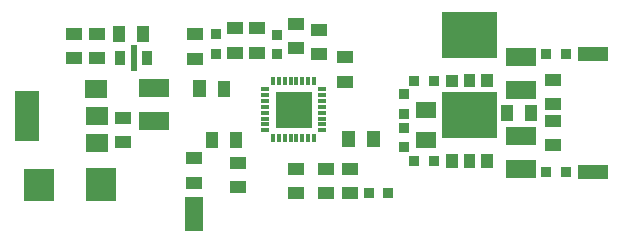
<source format=gbr>
%FSLAX34Y34*%
%MOMM*%
%LNSMDMASK_TOP*%
G71*
G01*
%ADD10R,0.800X0.300*%
%ADD11R,0.300X0.800*%
%ADD12R,3.150X3.150*%
%ADD13R,1.400X1.100*%
%ADD14R,0.900X0.900*%
%ADD15R,1.800X1.400*%
%ADD16R,1.100X1.400*%
%ADD17R,1.000X1.120*%
%ADD18R,2.600X1.600*%
%ADD19R,2.500X1.270*%
%ADD20R,1.500X3.000*%
%ADD21R,1.900X1.500*%
%ADD22R,2.100X4.200*%
%ADD23R,2.600X2.790*%
%ADD24R,0.900X1.200*%
%ADD25R,0.600X2.200*%
%LPD*%
X358332Y-115019D02*
G54D10*
D03*
X310032Y-115019D02*
G54D10*
D03*
X358332Y-110019D02*
G54D10*
D03*
X310032Y-110019D02*
G54D10*
D03*
X358332Y-105019D02*
G54D10*
D03*
X310032Y-105019D02*
G54D10*
D03*
X358332Y-100019D02*
G54D10*
D03*
X310032Y-100019D02*
G54D10*
D03*
X358332Y-95019D02*
G54D10*
D03*
X310032Y-95019D02*
G54D10*
D03*
X358332Y-90019D02*
G54D10*
D03*
X310032Y-90019D02*
G54D10*
D03*
X358332Y-85019D02*
G54D10*
D03*
X310032Y-85019D02*
G54D10*
D03*
X358332Y-80019D02*
G54D10*
D03*
X310032Y-80019D02*
G54D10*
D03*
X351682Y-121669D02*
G54D11*
D03*
X351682Y-73369D02*
G54D11*
D03*
X346682Y-121669D02*
G54D11*
D03*
X346682Y-73369D02*
G54D11*
D03*
X341682Y-121669D02*
G54D11*
D03*
X341682Y-73369D02*
G54D11*
D03*
X336682Y-121669D02*
G54D11*
D03*
X336682Y-73369D02*
G54D11*
D03*
X331682Y-121669D02*
G54D11*
D03*
X331682Y-73369D02*
G54D11*
D03*
X326682Y-121669D02*
G54D11*
D03*
X326682Y-73369D02*
G54D11*
D03*
X321682Y-121669D02*
G54D11*
D03*
X321682Y-73369D02*
G54D11*
D03*
X316682Y-121669D02*
G54D11*
D03*
X316682Y-73369D02*
G54D11*
D03*
X334259Y-97525D02*
G54D12*
D03*
X251153Y-33604D02*
G54D13*
D03*
X251153Y-54204D02*
G54D13*
D03*
X268380Y-50334D02*
G54D14*
D03*
X268280Y-33633D02*
G54D14*
D03*
X427850Y-129300D02*
G54D14*
D03*
X427750Y-112600D02*
G54D14*
D03*
X427850Y-84400D02*
G54D14*
D03*
X427750Y-101100D02*
G54D14*
D03*
X446300Y-123500D02*
G54D15*
D03*
X446300Y-97400D02*
G54D15*
D03*
X378153Y-53254D02*
G54D13*
D03*
X378153Y-73854D02*
G54D13*
D03*
X320330Y-33834D02*
G54D14*
D03*
X320430Y-50534D02*
G54D14*
D03*
G36*
X249347Y-72749D02*
X260347Y-72749D01*
X260347Y-86749D01*
X249347Y-86749D01*
X249347Y-72749D01*
G37*
X275447Y-79749D02*
G54D16*
D03*
X285856Y-123215D02*
G54D16*
D03*
X265256Y-123215D02*
G54D16*
D03*
G36*
X375606Y-115500D02*
X386606Y-115500D01*
X386606Y-129500D01*
X375606Y-129500D01*
X375606Y-115500D01*
G37*
G36*
X396206Y-115500D02*
X407206Y-115500D01*
X407206Y-129500D01*
X396206Y-129500D01*
X396206Y-115500D01*
G37*
X336153Y-147354D02*
G54D13*
D03*
X336153Y-167954D02*
G54D13*
D03*
X414603Y-167954D02*
G54D14*
D03*
X397903Y-168054D02*
G54D14*
D03*
X361903Y-147454D02*
G54D13*
D03*
X361903Y-168054D02*
G54D13*
D03*
X287253Y-142654D02*
G54D13*
D03*
X287253Y-163254D02*
G54D13*
D03*
X468063Y-72960D02*
G54D17*
D03*
G36*
X478163Y-67360D02*
X488163Y-67360D01*
X488163Y-78560D01*
X478163Y-78560D01*
X478163Y-67360D01*
G37*
G36*
X493262Y-67360D02*
X503262Y-67360D01*
X503263Y-78560D01*
X493263Y-78560D01*
X493262Y-67360D01*
G37*
G36*
X478163Y-28460D02*
X488163Y-28460D01*
X488163Y-39660D01*
X478163Y-39660D01*
X478163Y-28460D01*
G37*
G36*
X460163Y-14560D02*
X506163Y-14560D01*
X506163Y-53560D01*
X460163Y-53560D01*
X460163Y-14560D01*
G37*
X553884Y-92997D02*
G54D13*
D03*
X553884Y-72397D02*
G54D13*
D03*
X526481Y-80551D02*
G54D18*
D03*
X526481Y-52551D02*
G54D18*
D03*
X587502Y-49939D02*
G54D19*
D03*
X587502Y-149939D02*
G54D19*
D03*
X564902Y-49939D02*
G54D14*
D03*
X548202Y-50039D02*
G54D14*
D03*
X564902Y-149939D02*
G54D14*
D03*
X548202Y-150039D02*
G54D14*
D03*
G36*
X463063Y-135360D02*
X473063Y-135360D01*
X473063Y-146560D01*
X463063Y-146560D01*
X463063Y-135360D01*
G37*
G36*
X478163Y-135360D02*
X488163Y-135360D01*
X488164Y-146560D01*
X478164Y-146560D01*
X478163Y-135360D01*
G37*
G36*
X493263Y-135360D02*
X503263Y-135360D01*
X503263Y-146560D01*
X493263Y-146560D01*
X493263Y-135360D01*
G37*
X483163Y-102060D02*
G54D17*
D03*
G36*
X460163Y-82560D02*
X506163Y-82560D01*
X506163Y-121560D01*
X460163Y-121560D01*
X460163Y-82560D01*
G37*
X526481Y-147551D02*
G54D18*
D03*
X526481Y-119551D02*
G54D18*
D03*
X535550Y-100001D02*
G54D16*
D03*
X514950Y-100001D02*
G54D16*
D03*
X553784Y-106878D02*
G54D13*
D03*
X553784Y-127478D02*
G54D13*
D03*
X453050Y-140950D02*
G54D14*
D03*
X436350Y-141050D02*
G54D14*
D03*
X453050Y-72950D02*
G54D14*
D03*
X436350Y-73050D02*
G54D14*
D03*
X355903Y-30003D02*
G54D13*
D03*
X355903Y-50604D02*
G54D13*
D03*
X336700Y-24900D02*
G54D13*
D03*
X336700Y-45500D02*
G54D13*
D03*
X284700Y-28500D02*
G54D13*
D03*
X284700Y-49100D02*
G54D13*
D03*
X303700Y-28500D02*
G54D13*
D03*
X303700Y-49100D02*
G54D13*
D03*
X250048Y-185488D02*
G54D20*
D03*
X167357Y-79986D02*
G54D21*
D03*
X167457Y-102986D02*
G54D21*
D03*
X167457Y-125986D02*
G54D21*
D03*
X108757Y-103086D02*
G54D22*
D03*
X118452Y-161029D02*
G54D23*
D03*
G36*
X158252Y-147079D02*
X184252Y-147079D01*
X184252Y-174979D01*
X158252Y-174979D01*
X158252Y-147079D01*
G37*
X216256Y-79209D02*
G54D18*
D03*
X216256Y-107209D02*
G54D18*
D03*
X189762Y-125131D02*
G54D13*
D03*
X189762Y-104531D02*
G54D13*
D03*
X168209Y-33203D02*
G54D13*
D03*
X168209Y-53803D02*
G54D13*
D03*
X207112Y-33750D02*
G54D16*
D03*
X186512Y-33750D02*
G54D16*
D03*
X187518Y-53342D02*
G54D24*
D03*
X210518Y-53342D02*
G54D24*
D03*
X199018Y-53342D02*
G54D25*
D03*
X148209Y-33203D02*
G54D13*
D03*
X148209Y-53803D02*
G54D13*
D03*
X249953Y-138654D02*
G54D13*
D03*
X249953Y-159254D02*
G54D13*
D03*
X381903Y-168054D02*
G54D13*
D03*
X381903Y-147454D02*
G54D13*
D03*
M02*

</source>
